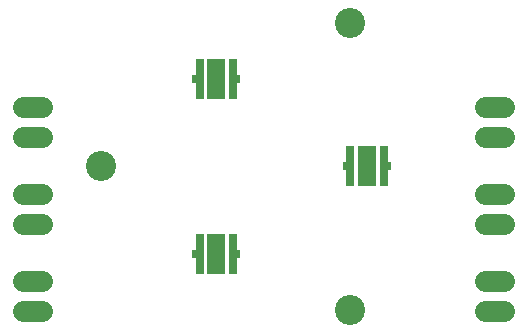
<source format=gbr>
G04 EAGLE Gerber RS-274X export*
G75*
%MOMM*%
%FSLAX34Y34*%
%LPD*%
%INSoldermask Bottom*%
%IPPOS*%
%AMOC8*
5,1,8,0,0,1.08239X$1,22.5*%
G01*
%ADD10C,2.553200*%
%ADD11R,0.703200X3.503200*%
%ADD12R,1.503200X3.503200*%
%ADD13R,0.653200X0.703200*%
%ADD14C,1.812800*%


D10*
X311404Y284734D03*
X100584Y163576D03*
X311404Y41910D03*
D11*
X340136Y163576D03*
D12*
X326136Y163576D03*
D13*
X343386Y163576D03*
D11*
X312136Y163576D03*
D13*
X308886Y163576D03*
D11*
X212374Y89662D03*
D12*
X198374Y89662D03*
D13*
X215624Y89662D03*
D11*
X184374Y89662D03*
D13*
X181124Y89662D03*
D11*
X212374Y237490D03*
D12*
X198374Y237490D03*
D13*
X215624Y237490D03*
D11*
X184374Y237490D03*
D13*
X181124Y237490D03*
D14*
X51228Y187960D02*
X35132Y187960D01*
X35132Y213360D02*
X51228Y213360D01*
X51228Y114300D02*
X35132Y114300D01*
X35132Y139700D02*
X51228Y139700D01*
X51228Y40640D02*
X35132Y40640D01*
X35132Y66040D02*
X51228Y66040D01*
X426292Y187960D02*
X442388Y187960D01*
X442388Y213360D02*
X426292Y213360D01*
X426292Y114300D02*
X442388Y114300D01*
X442388Y139700D02*
X426292Y139700D01*
X426292Y40640D02*
X442388Y40640D01*
X442388Y66040D02*
X426292Y66040D01*
M02*

</source>
